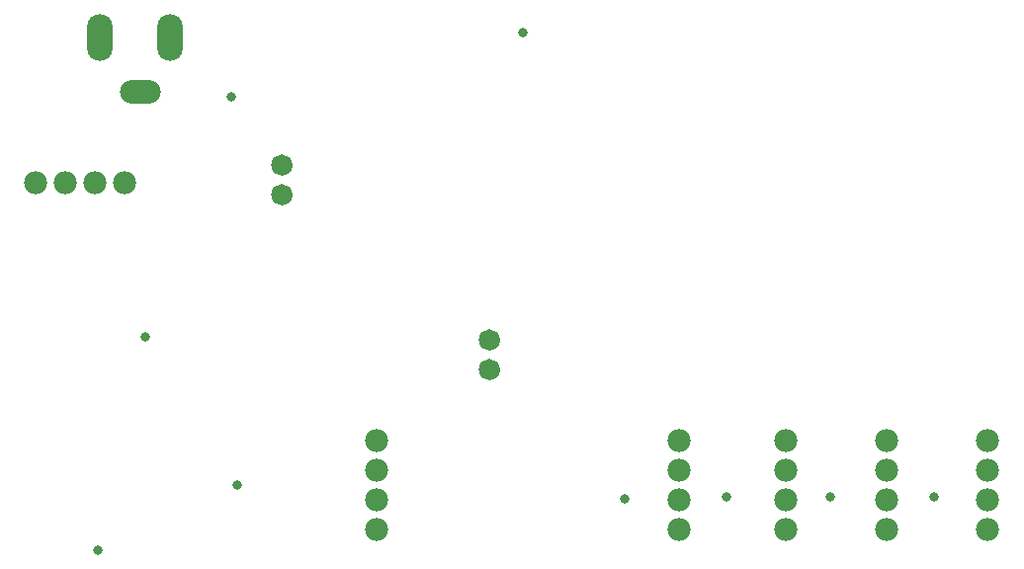
<source format=gbs>
G04*
G04 #@! TF.GenerationSoftware,Altium Limited,Altium Designer,24.1.2 (44)*
G04*
G04 Layer_Color=16711935*
%FSLAX44Y44*%
%MOMM*%
G71*
G04*
G04 #@! TF.SameCoordinates,18497732-E450-413E-AE6D-1912215BE0D1*
G04*
G04*
G04 #@! TF.FilePolarity,Negative*
G04*
G01*
G75*
%ADD22C,0.0000*%
%ADD26O,3.5032X2.0032*%
%ADD27O,2.2032X4.0032*%
%ADD28C,1.8232*%
%ADD29C,1.9812*%
%ADD30C,0.8382*%
D22*
X247371Y320040D02*
G03*
X247371Y320040I-8611J0D01*
G01*
Y345440D02*
G03*
X247371Y345440I-8611J0D01*
G01*
X425171Y170180D02*
G03*
X425171Y170180I-8611J0D01*
G01*
Y195580D02*
G03*
X425171Y195580I-8611J0D01*
G01*
D26*
X117494Y408758D02*
D03*
D27*
X82494Y455258D02*
D03*
X142494D02*
D03*
D28*
X238760Y320040D02*
D03*
Y345440D02*
D03*
X416560Y170180D02*
D03*
Y195580D02*
D03*
D29*
X320040Y58420D02*
D03*
Y33020D02*
D03*
Y109220D02*
D03*
Y83820D02*
D03*
X53340Y330200D02*
D03*
X27940D02*
D03*
X104140D02*
D03*
X78740D02*
D03*
X579120Y58420D02*
D03*
Y33020D02*
D03*
Y109220D02*
D03*
Y83820D02*
D03*
X670560Y58420D02*
D03*
Y33020D02*
D03*
Y109220D02*
D03*
Y83820D02*
D03*
X756920Y58420D02*
D03*
Y33020D02*
D03*
Y109220D02*
D03*
Y83820D02*
D03*
X843280Y58420D02*
D03*
Y33020D02*
D03*
Y109220D02*
D03*
Y83820D02*
D03*
D30*
X195580Y403860D02*
D03*
X81280Y15240D02*
D03*
X121920Y198120D02*
D03*
X444794Y458800D02*
D03*
X200660Y71120D02*
D03*
X797560Y60960D02*
D03*
X708660D02*
D03*
X619760D02*
D03*
X532130Y59690D02*
D03*
M02*

</source>
